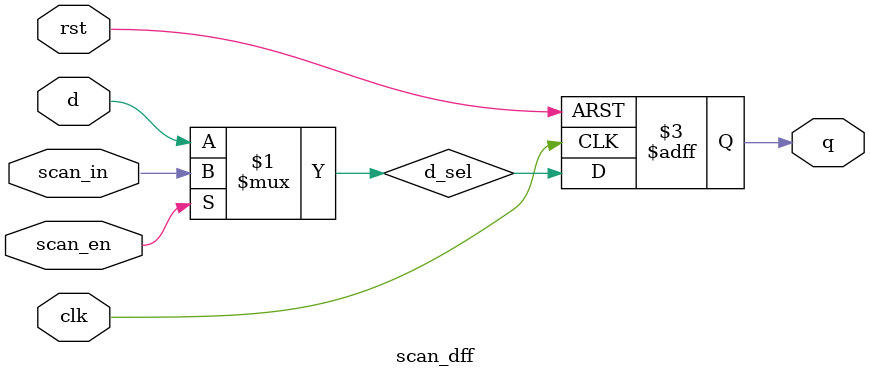
<source format=v>
module scan_dff (
    input  d,        
    input  scan_in,  
    input  clk,      
    input  rst,      
    input  scan_en,  
    output reg q     
);

wire d_sel;

// 2:1 MUX: selects normal data or scan data
assign d_sel = scan_en ? scan_in : d;

always @(posedge clk or posedge rst) begin
    if (rst)
        q <= 1'b0;
    else
        q <= d_sel;
end

endmodule


</source>
